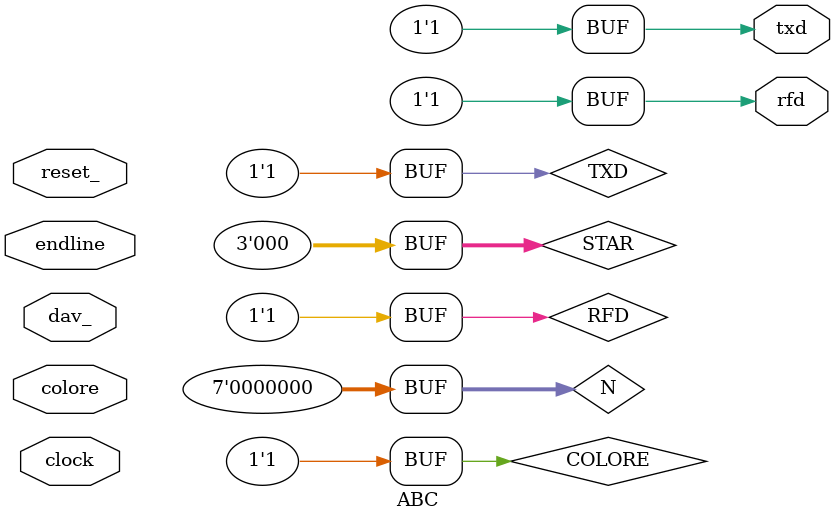
<source format=v>
module ABC (
    colore, endline, dav_, rfd, txd, 
    clock, reset_
);

    input clock, reset_;
    input dav_, colore, endline;
    output txd, rfd;

    reg [6:0] N;
    reg [4:0] COUNT;
    reg [9:0] BUFFER;
    reg       RFD, COLORE, TXD;
    
    reg [2:0] STAR;
    localparam S0=0, S1=1, S2=2, S3=3, S4=4;
    
    localparam marking = 1'B1, start_b = 1'B0, stop_b = 1'B1;
    localparam bianco = 1'B0, nero = 1'B1;

    assign txd=TXD, rfd=RFD;

    always@(reset_==0) #1 begin 
        TXD <= marking; 
        N <= 0; 
        RFD <= 1; 
        COLORE <= nero; 
        STAR <= S0; 
    end 

    always @(posedge clock) if(reset_==1) #3
    casex(STAR)
        S0: begin
            RFD <= 1;
            TXD <= marking;
            STAR <= (dav_==0) ? S1 : S0;
        end
        S1: begin
            N <= (COLORE==colore) ? N+1 : N;
            STAR <= ((COLORE==colore) & (endline==0)) ? S4 : S2;
        end
        S2: begin
            BUFFER <= (endline == 0) ? 
                {stop_b, N, COLORE, start_b} :
                {stop_b, 8'H00, start_b};
            COUNT <= 9;
            COLORE <= colore;
            N <= (endline == 0) ? 1 : 0;
            STAR <= S3;
        end
        S3: begin
            TXD <= BUFFER[0];
            BUFFER <= {marking, BUFFER[9:1]};
            COUNT <= COUNT-1;
            STAR <= (COUNT==0) ? S4 : S3;
        end
        S4: begin
            RFD <= 0;
            STAR <= (dav_==0) ? S4:S0; 
        end
    endcase
endmodule

</source>
